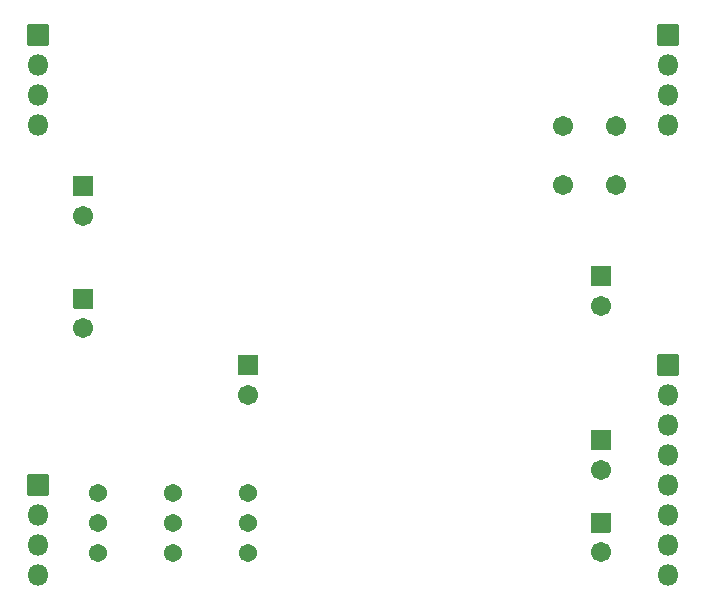
<source format=gbs>
G04 #@! TF.GenerationSoftware,KiCad,Pcbnew,6.0.5+dfsg-1~bpo11+1*
G04 #@! TF.CreationDate,2022-08-15T22:36:42+00:00*
G04 #@! TF.ProjectId,minimoog_LPF,6d696e69-6d6f-46f6-975f-4c50462e6b69,0.1*
G04 #@! TF.SameCoordinates,Original*
G04 #@! TF.FileFunction,Soldermask,Bot*
G04 #@! TF.FilePolarity,Negative*
%FSLAX46Y46*%
G04 Gerber Fmt 4.6, Leading zero omitted, Abs format (unit mm)*
G04 Created by KiCad (PCBNEW 6.0.5+dfsg-1~bpo11+1) date 2022-08-15 22:36:42*
%MOMM*%
%LPD*%
G01*
G04 APERTURE LIST*
%ADD10C,1.702000*%
%ADD11C,1.542000*%
%ADD12O,1.802000X1.802000*%
G04 APERTURE END LIST*
G36*
G01*
X139535000Y-103289000D02*
X141135000Y-103289000D01*
G75*
G02*
X141186000Y-103340000I0J-51000D01*
G01*
X141186000Y-104940000D01*
G75*
G02*
X141135000Y-104991000I-51000J0D01*
G01*
X139535000Y-104991000D01*
G75*
G02*
X139484000Y-104940000I0J51000D01*
G01*
X139484000Y-103340000D01*
G75*
G02*
X139535000Y-103289000I51000J0D01*
G01*
G37*
D10*
X140335000Y-106640000D03*
G36*
G01*
X169380000Y-95756621D02*
X170980000Y-95756621D01*
G75*
G02*
X171031000Y-95807621I0J-51000D01*
G01*
X171031000Y-97407621D01*
G75*
G02*
X170980000Y-97458621I-51000J0D01*
G01*
X169380000Y-97458621D01*
G75*
G02*
X169329000Y-97407621I0J51000D01*
G01*
X169329000Y-95807621D01*
G75*
G02*
X169380000Y-95756621I51000J0D01*
G01*
G37*
X170180000Y-99107621D03*
G36*
G01*
X125565000Y-97661621D02*
X127165000Y-97661621D01*
G75*
G02*
X127216000Y-97712621I0J-51000D01*
G01*
X127216000Y-99312621D01*
G75*
G02*
X127165000Y-99363621I-51000J0D01*
G01*
X125565000Y-99363621D01*
G75*
G02*
X125514000Y-99312621I0J51000D01*
G01*
X125514000Y-97712621D01*
G75*
G02*
X125565000Y-97661621I51000J0D01*
G01*
G37*
X126365000Y-101012621D03*
D11*
X127635000Y-120015000D03*
X127635000Y-117475000D03*
X127635000Y-114935000D03*
D10*
X171450000Y-83860000D03*
X171450000Y-88860000D03*
G36*
G01*
X125565000Y-88136621D02*
X127165000Y-88136621D01*
G75*
G02*
X127216000Y-88187621I0J-51000D01*
G01*
X127216000Y-89787621D01*
G75*
G02*
X127165000Y-89838621I-51000J0D01*
G01*
X125565000Y-89838621D01*
G75*
G02*
X125514000Y-89787621I0J51000D01*
G01*
X125514000Y-88187621D01*
G75*
G02*
X125565000Y-88136621I51000J0D01*
G01*
G37*
X126365000Y-91487621D03*
G36*
G01*
X169380000Y-116624000D02*
X170980000Y-116624000D01*
G75*
G02*
X171031000Y-116675000I0J-51000D01*
G01*
X171031000Y-118275000D01*
G75*
G02*
X170980000Y-118326000I-51000J0D01*
G01*
X169380000Y-118326000D01*
G75*
G02*
X169329000Y-118275000I0J51000D01*
G01*
X169329000Y-116675000D01*
G75*
G02*
X169380000Y-116624000I51000J0D01*
G01*
G37*
X170180000Y-119975000D03*
G36*
G01*
X169380000Y-109639000D02*
X170980000Y-109639000D01*
G75*
G02*
X171031000Y-109690000I0J-51000D01*
G01*
X171031000Y-111290000D01*
G75*
G02*
X170980000Y-111341000I-51000J0D01*
G01*
X169380000Y-111341000D01*
G75*
G02*
X169329000Y-111290000I0J51000D01*
G01*
X169329000Y-109690000D01*
G75*
G02*
X169380000Y-109639000I51000J0D01*
G01*
G37*
X170180000Y-112990000D03*
D11*
X133985000Y-120015000D03*
X133985000Y-117475000D03*
X133985000Y-114935000D03*
X140335000Y-120015000D03*
X140335000Y-117475000D03*
X140335000Y-114935000D03*
D10*
X167005000Y-83860000D03*
X167005000Y-88860000D03*
G36*
G01*
X123456000Y-75350000D02*
X123456000Y-77050000D01*
G75*
G02*
X123405000Y-77101000I-51000J0D01*
G01*
X121705000Y-77101000D01*
G75*
G02*
X121654000Y-77050000I0J51000D01*
G01*
X121654000Y-75350000D01*
G75*
G02*
X121705000Y-75299000I51000J0D01*
G01*
X123405000Y-75299000D01*
G75*
G02*
X123456000Y-75350000I0J-51000D01*
G01*
G37*
D12*
X122555000Y-78740000D03*
X122555000Y-81280000D03*
X122555000Y-83820000D03*
G36*
G01*
X123456000Y-113450000D02*
X123456000Y-115150000D01*
G75*
G02*
X123405000Y-115201000I-51000J0D01*
G01*
X121705000Y-115201000D01*
G75*
G02*
X121654000Y-115150000I0J51000D01*
G01*
X121654000Y-113450000D01*
G75*
G02*
X121705000Y-113399000I51000J0D01*
G01*
X123405000Y-113399000D01*
G75*
G02*
X123456000Y-113450000I0J-51000D01*
G01*
G37*
X122555000Y-116840000D03*
X122555000Y-119380000D03*
X122555000Y-121920000D03*
G36*
G01*
X176796000Y-75350000D02*
X176796000Y-77050000D01*
G75*
G02*
X176745000Y-77101000I-51000J0D01*
G01*
X175045000Y-77101000D01*
G75*
G02*
X174994000Y-77050000I0J51000D01*
G01*
X174994000Y-75350000D01*
G75*
G02*
X175045000Y-75299000I51000J0D01*
G01*
X176745000Y-75299000D01*
G75*
G02*
X176796000Y-75350000I0J-51000D01*
G01*
G37*
X175895000Y-78740000D03*
X175895000Y-81280000D03*
X175895000Y-83820000D03*
G36*
G01*
X176796000Y-103290000D02*
X176796000Y-104990000D01*
G75*
G02*
X176745000Y-105041000I-51000J0D01*
G01*
X175045000Y-105041000D01*
G75*
G02*
X174994000Y-104990000I0J51000D01*
G01*
X174994000Y-103290000D01*
G75*
G02*
X175045000Y-103239000I51000J0D01*
G01*
X176745000Y-103239000D01*
G75*
G02*
X176796000Y-103290000I0J-51000D01*
G01*
G37*
X175895000Y-106680000D03*
X175895000Y-109220000D03*
X175895000Y-111760000D03*
X175895000Y-114300000D03*
X175895000Y-116840000D03*
X175895000Y-119380000D03*
X175895000Y-121920000D03*
M02*

</source>
